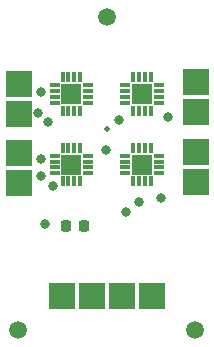
<source format=gts>
G04 #@! TF.GenerationSoftware,KiCad,Pcbnew,7.0.1-3b83917a11~172~ubuntu22.04.1*
G04 #@! TF.CreationDate,2023-07-24T14:11:42+02:00*
G04 #@! TF.ProjectId,mag_touch2x2,6d61675f-746f-4756-9368-3278322e6b69,rev?*
G04 #@! TF.SameCoordinates,Original*
G04 #@! TF.FileFunction,Soldermask,Top*
G04 #@! TF.FilePolarity,Negative*
%FSLAX46Y46*%
G04 Gerber Fmt 4.6, Leading zero omitted, Abs format (unit mm)*
G04 Created by KiCad (PCBNEW 7.0.1-3b83917a11~172~ubuntu22.04.1) date 2023-07-24 14:11:42*
%MOMM*%
%LPD*%
G01*
G04 APERTURE LIST*
G04 Aperture macros list*
%AMRoundRect*
0 Rectangle with rounded corners*
0 $1 Rounding radius*
0 $2 $3 $4 $5 $6 $7 $8 $9 X,Y pos of 4 corners*
0 Add a 4 corners polygon primitive as box body*
4,1,4,$2,$3,$4,$5,$6,$7,$8,$9,$2,$3,0*
0 Add four circle primitives for the rounded corners*
1,1,$1+$1,$2,$3*
1,1,$1+$1,$4,$5*
1,1,$1+$1,$6,$7*
1,1,$1+$1,$8,$9*
0 Add four rect primitives between the rounded corners*
20,1,$1+$1,$2,$3,$4,$5,0*
20,1,$1+$1,$4,$5,$6,$7,0*
20,1,$1+$1,$6,$7,$8,$9,0*
20,1,$1+$1,$8,$9,$2,$3,0*%
G04 Aperture macros list end*
%ADD10C,0.500000*%
%ADD11C,1.500000*%
%ADD12R,2.286000X2.286000*%
%ADD13RoundRect,0.007800X-0.412200X-0.122200X0.412200X-0.122200X0.412200X0.122200X-0.412200X0.122200X0*%
%ADD14RoundRect,0.007800X0.122200X-0.412200X0.122200X0.412200X-0.122200X0.412200X-0.122200X-0.412200X0*%
%ADD15R,1.680000X1.680000*%
%ADD16RoundRect,0.225000X0.225000X0.250000X-0.225000X0.250000X-0.225000X-0.250000X0.225000X-0.250000X0*%
%ADD17C,0.800000*%
G04 APERTURE END LIST*
D10*
X25000000Y-46000000D03*
D11*
X17500000Y-63000000D03*
X32500000Y-62992000D03*
X25000000Y-36540000D03*
D12*
X32512000Y-44540000D03*
X32512000Y-42000000D03*
D13*
X26565000Y-42250000D03*
X26565000Y-42750000D03*
X26565000Y-43250000D03*
X26565000Y-43750000D03*
D14*
X27250000Y-44435000D03*
X27750000Y-44435000D03*
X28250000Y-44435000D03*
X28750000Y-44435000D03*
D13*
X29435000Y-43750000D03*
X29435000Y-43250000D03*
X29435000Y-42750000D03*
X29435000Y-42250000D03*
D14*
X28750000Y-41565000D03*
X28250000Y-41565000D03*
X27750000Y-41565000D03*
X27250000Y-41565000D03*
D15*
X28000000Y-43000000D03*
D16*
X23075000Y-54200000D03*
X21525000Y-54200000D03*
D13*
X26565000Y-48250000D03*
X26565000Y-48750000D03*
X26565000Y-49250000D03*
X26565000Y-49750000D03*
D14*
X27250000Y-50435000D03*
X27750000Y-50435000D03*
X28250000Y-50435000D03*
X28750000Y-50435000D03*
D13*
X29435000Y-49750000D03*
X29435000Y-49250000D03*
X29435000Y-48750000D03*
X29435000Y-48250000D03*
D14*
X28750000Y-47565000D03*
X28250000Y-47565000D03*
X27750000Y-47565000D03*
X27250000Y-47565000D03*
D15*
X28000000Y-49000000D03*
D12*
X17526000Y-50600000D03*
X17526000Y-48060000D03*
D13*
X20565000Y-48250000D03*
X20565000Y-48750000D03*
X20565000Y-49250000D03*
X20565000Y-49750000D03*
D14*
X21250000Y-50435000D03*
X21750000Y-50435000D03*
X22250000Y-50435000D03*
X22750000Y-50435000D03*
D13*
X23435000Y-49750000D03*
X23435000Y-49250000D03*
X23435000Y-48750000D03*
X23435000Y-48250000D03*
D14*
X22750000Y-47565000D03*
X22250000Y-47565000D03*
X21750000Y-47565000D03*
X21250000Y-47565000D03*
D15*
X22000000Y-49000000D03*
D12*
X28810000Y-60100000D03*
X26270000Y-60100000D03*
X23730000Y-60100000D03*
X21190000Y-60100000D03*
X17526000Y-44704000D03*
X17526000Y-42164000D03*
X32512000Y-50470000D03*
X32512000Y-47930000D03*
D13*
X20565000Y-42250000D03*
X20565000Y-42750000D03*
X20565000Y-43250000D03*
X20565000Y-43750000D03*
D14*
X21250000Y-44435000D03*
X21750000Y-44435000D03*
X22250000Y-44435000D03*
X22750000Y-44435000D03*
D13*
X23435000Y-43750000D03*
X23435000Y-43250000D03*
X23435000Y-42750000D03*
X23435000Y-42250000D03*
D14*
X22750000Y-41565000D03*
X22250000Y-41565000D03*
X21750000Y-41565000D03*
X21250000Y-41565000D03*
D15*
X22000000Y-43000000D03*
D17*
X28000000Y-43000000D03*
X28000000Y-49000000D03*
X22000000Y-49000000D03*
X22000000Y-43000000D03*
X19800000Y-54000000D03*
X29600000Y-51800000D03*
X30200000Y-45000500D03*
X19443000Y-48499500D03*
X19386562Y-42829500D03*
X24892000Y-47752000D03*
X26600000Y-53000000D03*
X19200000Y-44600000D03*
X19400000Y-50000000D03*
X20000000Y-45400000D03*
X20400000Y-50800000D03*
X27677511Y-52167561D03*
X26000000Y-45200000D03*
M02*

</source>
